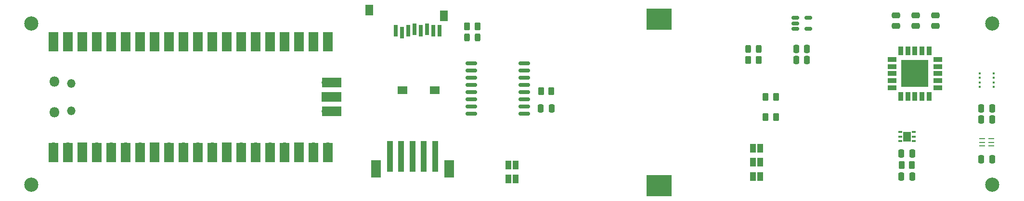
<source format=gbr>
%TF.GenerationSoftware,KiCad,Pcbnew,(6.0.8)*%
%TF.CreationDate,2022-11-30T15:49:30-05:00*%
%TF.ProjectId,mushroomDataloggerProject,6d757368-726f-46f6-9d44-6174616c6f67,rev?*%
%TF.SameCoordinates,Original*%
%TF.FileFunction,Soldermask,Top*%
%TF.FilePolarity,Negative*%
%FSLAX46Y46*%
G04 Gerber Fmt 4.6, Leading zero omitted, Abs format (unit mm)*
G04 Created by KiCad (PCBNEW (6.0.8)) date 2022-11-30 15:49:30*
%MOMM*%
%LPD*%
G01*
G04 APERTURE LIST*
G04 Aperture macros list*
%AMRoundRect*
0 Rectangle with rounded corners*
0 $1 Rounding radius*
0 $2 $3 $4 $5 $6 $7 $8 $9 X,Y pos of 4 corners*
0 Add a 4 corners polygon primitive as box body*
4,1,4,$2,$3,$4,$5,$6,$7,$8,$9,$2,$3,0*
0 Add four circle primitives for the rounded corners*
1,1,$1+$1,$2,$3*
1,1,$1+$1,$4,$5*
1,1,$1+$1,$6,$7*
1,1,$1+$1,$8,$9*
0 Add four rect primitives between the rounded corners*
20,1,$1+$1,$2,$3,$4,$5,0*
20,1,$1+$1,$4,$5,$6,$7,0*
20,1,$1+$1,$6,$7,$8,$9,0*
20,1,$1+$1,$8,$9,$2,$3,0*%
G04 Aperture macros list end*
%ADD10R,0.400000X0.400000*%
%ADD11O,1.800000X1.800000*%
%ADD12O,1.500000X1.500000*%
%ADD13O,1.700000X1.700000*%
%ADD14R,1.700000X3.500000*%
%ADD15R,1.700000X1.700000*%
%ADD16R,3.500000X1.700000*%
%ADD17R,0.812800X1.498600*%
%ADD18R,1.498600X0.812800*%
%ADD19R,4.800600X4.800600*%
%ADD20RoundRect,0.250000X-0.262500X-0.450000X0.262500X-0.450000X0.262500X0.450000X-0.262500X0.450000X0*%
%ADD21R,1.000000X1.500000*%
%ADD22R,4.495800X3.810000*%
%ADD23R,1.000000X5.500000*%
%ADD24R,1.700000X3.100000*%
%ADD25R,0.800000X2.000000*%
%ADD26R,1.800000X1.400000*%
%ADD27R,1.400000X1.900000*%
%ADD28RoundRect,0.250000X-0.250000X-0.475000X0.250000X-0.475000X0.250000X0.475000X-0.250000X0.475000X0*%
%ADD29R,0.762000X0.406400*%
%ADD30R,1.346200X1.752600*%
%ADD31RoundRect,0.250000X-0.475000X0.250000X-0.475000X-0.250000X0.475000X-0.250000X0.475000X0.250000X0*%
%ADD32C,2.500000*%
%ADD33RoundRect,0.250000X0.250000X0.475000X-0.250000X0.475000X-0.250000X-0.475000X0.250000X-0.475000X0*%
%ADD34RoundRect,0.150000X0.875000X0.150000X-0.875000X0.150000X-0.875000X-0.150000X0.875000X-0.150000X0*%
%ADD35R,1.066800X0.254000*%
%ADD36RoundRect,0.243750X0.243750X0.456250X-0.243750X0.456250X-0.243750X-0.456250X0.243750X-0.456250X0*%
%ADD37RoundRect,0.150000X-0.512500X-0.150000X0.512500X-0.150000X0.512500X0.150000X-0.512500X0.150000X0*%
G04 APERTURE END LIST*
D10*
%TO.C,U4*%
X189200000Y-32300000D03*
X189200000Y-33100000D03*
X189200000Y-33900000D03*
X189200000Y-34700000D03*
X186800000Y-34700000D03*
X186800000Y-33900000D03*
X186800000Y-33100000D03*
X186800000Y-32300000D03*
%TD*%
D11*
%TO.C,U1*%
X24000000Y-33775000D03*
D12*
X27030000Y-38925000D03*
D11*
X24000000Y-39225000D03*
D12*
X27030000Y-34075000D03*
D13*
X23870000Y-45390000D03*
D14*
X23870000Y-46290000D03*
D13*
X26410000Y-45390000D03*
D14*
X26410000Y-46290000D03*
D15*
X28950000Y-45390000D03*
D14*
X28950000Y-46290000D03*
D13*
X31490000Y-45390000D03*
D14*
X31490000Y-46290000D03*
D13*
X34030000Y-45390000D03*
D14*
X34030000Y-46290000D03*
X36570000Y-46290000D03*
D13*
X36570000Y-45390000D03*
X39110000Y-45390000D03*
D14*
X39110000Y-46290000D03*
D15*
X41650000Y-45390000D03*
D14*
X41650000Y-46290000D03*
D13*
X44190000Y-45390000D03*
D14*
X44190000Y-46290000D03*
X46730000Y-46290000D03*
D13*
X46730000Y-45390000D03*
D14*
X49270000Y-46290000D03*
D13*
X49270000Y-45390000D03*
X51810000Y-45390000D03*
D14*
X51810000Y-46290000D03*
X54350000Y-46290000D03*
D15*
X54350000Y-45390000D03*
D14*
X56890000Y-46290000D03*
D13*
X56890000Y-45390000D03*
D14*
X59430000Y-46290000D03*
D13*
X59430000Y-45390000D03*
X61970000Y-45390000D03*
D14*
X61970000Y-46290000D03*
X64510000Y-46290000D03*
D13*
X64510000Y-45390000D03*
D14*
X67050000Y-46290000D03*
D15*
X67050000Y-45390000D03*
D14*
X69590000Y-46290000D03*
D13*
X69590000Y-45390000D03*
D14*
X72130000Y-46290000D03*
D13*
X72130000Y-45390000D03*
X72130000Y-27610000D03*
D14*
X72130000Y-26710000D03*
X69590000Y-26710000D03*
D13*
X69590000Y-27610000D03*
D14*
X67050000Y-26710000D03*
D15*
X67050000Y-27610000D03*
D13*
X64510000Y-27610000D03*
D14*
X64510000Y-26710000D03*
X61970000Y-26710000D03*
D13*
X61970000Y-27610000D03*
X59430000Y-27610000D03*
D14*
X59430000Y-26710000D03*
X56890000Y-26710000D03*
D13*
X56890000Y-27610000D03*
D14*
X54350000Y-26710000D03*
D15*
X54350000Y-27610000D03*
D13*
X51810000Y-27610000D03*
D14*
X51810000Y-26710000D03*
X49270000Y-26710000D03*
D13*
X49270000Y-27610000D03*
D14*
X46730000Y-26710000D03*
D13*
X46730000Y-27610000D03*
D14*
X44190000Y-26710000D03*
D13*
X44190000Y-27610000D03*
D14*
X41650000Y-26710000D03*
D15*
X41650000Y-27610000D03*
D14*
X39110000Y-26710000D03*
D13*
X39110000Y-27610000D03*
X36570000Y-27610000D03*
D14*
X36570000Y-26710000D03*
X34030000Y-26710000D03*
D13*
X34030000Y-27610000D03*
D14*
X31490000Y-26710000D03*
D13*
X31490000Y-27610000D03*
D15*
X28950000Y-27610000D03*
D14*
X28950000Y-26710000D03*
X26410000Y-26710000D03*
D13*
X26410000Y-27610000D03*
X23870000Y-27610000D03*
D14*
X23870000Y-26710000D03*
D16*
X72800000Y-39040000D03*
D13*
X71900000Y-39040000D03*
D16*
X72800000Y-36500000D03*
D15*
X71900000Y-36500000D03*
D13*
X71900000Y-33960000D03*
D16*
X72800000Y-33960000D03*
%TD*%
D17*
%TO.C,U6*%
X177865000Y-28365000D03*
X176615000Y-28365000D03*
X175365000Y-28365000D03*
X174115000Y-28365000D03*
X172865000Y-28365000D03*
D18*
X171365000Y-29865000D03*
X171365000Y-31115000D03*
X171365000Y-32365000D03*
X171365000Y-33615000D03*
X171365000Y-34865000D03*
D17*
X172865000Y-36365000D03*
X174115000Y-36365000D03*
X175365000Y-36365000D03*
X176615000Y-36365000D03*
X177865000Y-36365000D03*
D18*
X179365000Y-34865000D03*
X179365000Y-33615000D03*
X179365000Y-32365000D03*
X179365000Y-31115000D03*
X179365000Y-29865000D03*
D19*
X175365000Y-32365000D03*
%TD*%
D20*
%TO.C,R2*%
X173037500Y-48510000D03*
X174862500Y-48510000D03*
%TD*%
D21*
%TO.C,JP3*%
X103850000Y-48500000D03*
X105150000Y-48500000D03*
%TD*%
D22*
%TO.C,BT1*%
X130346000Y-22806598D03*
X130346000Y-52103008D03*
%TD*%
D23*
%TO.C,Sensor Extension*%
X83000000Y-47000000D03*
X85000000Y-47000000D03*
X87000000Y-47000000D03*
X89000000Y-47000000D03*
X91000000Y-47000000D03*
D24*
X93450000Y-49200000D03*
X80550000Y-49200000D03*
%TD*%
D20*
%TO.C,R11*%
X149087500Y-36500000D03*
X150912500Y-36500000D03*
%TD*%
%TO.C,R9*%
X146037500Y-30000000D03*
X147862500Y-30000000D03*
%TD*%
D25*
%TO.C,SD Card*%
X84060000Y-24775000D03*
X85160000Y-25175000D03*
X86260000Y-24775000D03*
X87360000Y-24575000D03*
X88460000Y-24775000D03*
X89560000Y-24575000D03*
X90660000Y-24775000D03*
X91760000Y-24775000D03*
D26*
X90950000Y-35325000D03*
X85250000Y-35325000D03*
D27*
X92550000Y-22175000D03*
X79400000Y-21175000D03*
%TD*%
D20*
%TO.C,R8*%
X96587500Y-24000000D03*
X98412500Y-24000000D03*
%TD*%
D28*
%TO.C,C2*%
X173000000Y-50510000D03*
X174900000Y-50510000D03*
%TD*%
D29*
%TO.C,U7*%
X172806200Y-42699999D03*
X172806200Y-43500000D03*
X172806200Y-44300001D03*
X175193800Y-44300001D03*
X175193800Y-43500000D03*
X175193800Y-42699999D03*
D30*
X174000000Y-43500000D03*
%TD*%
D28*
%TO.C,C3*%
X109550000Y-38500000D03*
X111450000Y-38500000D03*
%TD*%
D20*
%TO.C,R12*%
X149087500Y-40000000D03*
X150912500Y-40000000D03*
%TD*%
D31*
%TO.C,C8*%
X179000000Y-22050000D03*
X179000000Y-23950000D03*
%TD*%
D21*
%TO.C,JP5*%
X148150000Y-45500000D03*
X146850000Y-45500000D03*
%TD*%
D28*
%TO.C,C4*%
X187050000Y-40500000D03*
X188950000Y-40500000D03*
%TD*%
D32*
%TO.C,H1*%
X189000000Y-52000000D03*
%TD*%
D21*
%TO.C,JP1*%
X148150000Y-48000000D03*
X146850000Y-48000000D03*
%TD*%
D33*
%TO.C,C7*%
X156400000Y-28000000D03*
X154500000Y-28000000D03*
%TD*%
D34*
%TO.C,RTC*%
X106650000Y-39445000D03*
X106650000Y-38175000D03*
X106650000Y-36905000D03*
X106650000Y-35635000D03*
X106650000Y-34365000D03*
X106650000Y-33095000D03*
X106650000Y-31825000D03*
X106650000Y-30555000D03*
X97350000Y-30555000D03*
X97350000Y-31825000D03*
X97350000Y-33095000D03*
X97350000Y-34365000D03*
X97350000Y-35635000D03*
X97350000Y-36905000D03*
X97350000Y-38175000D03*
X97350000Y-39445000D03*
%TD*%
D32*
%TO.C,H2*%
X20000000Y-52000000D03*
%TD*%
D31*
%TO.C,C10*%
X172000000Y-22050000D03*
X172000000Y-23950000D03*
%TD*%
D21*
%TO.C,JP2*%
X148150000Y-50500000D03*
X146850000Y-50500000D03*
%TD*%
D33*
%TO.C,C6*%
X188950000Y-47500000D03*
X187050000Y-47500000D03*
%TD*%
%TO.C,C1*%
X156400000Y-30000000D03*
X154500000Y-30000000D03*
%TD*%
D35*
%TO.C,U3*%
X187166100Y-43850014D03*
X187166100Y-44500000D03*
X187166100Y-45149986D03*
X188817100Y-45149986D03*
X188817100Y-44500000D03*
X188817100Y-43850014D03*
%TD*%
D32*
%TO.C,H3*%
X20000000Y-23500000D03*
%TD*%
D21*
%TO.C,JP4*%
X103850000Y-51000000D03*
X105150000Y-51000000D03*
%TD*%
D36*
%TO.C,D1*%
X98437500Y-26000000D03*
X96562500Y-26000000D03*
%TD*%
D32*
%TO.C,H4*%
X189000000Y-23500000D03*
%TD*%
D37*
%TO.C,U5*%
X154312500Y-22550000D03*
X154312500Y-23500000D03*
X154312500Y-24450000D03*
X156587500Y-24450000D03*
X156587500Y-22550000D03*
%TD*%
D36*
%TO.C,D2*%
X147887500Y-28000000D03*
X146012500Y-28000000D03*
%TD*%
D28*
%TO.C,C5*%
X187050000Y-38500000D03*
X188950000Y-38500000D03*
%TD*%
%TO.C,C11*%
X173000000Y-46500000D03*
X174900000Y-46500000D03*
%TD*%
D20*
%TO.C,R1*%
X109587500Y-35500000D03*
X111412500Y-35500000D03*
%TD*%
D31*
%TO.C,C9*%
X175500000Y-22050000D03*
X175500000Y-23950000D03*
%TD*%
M02*

</source>
